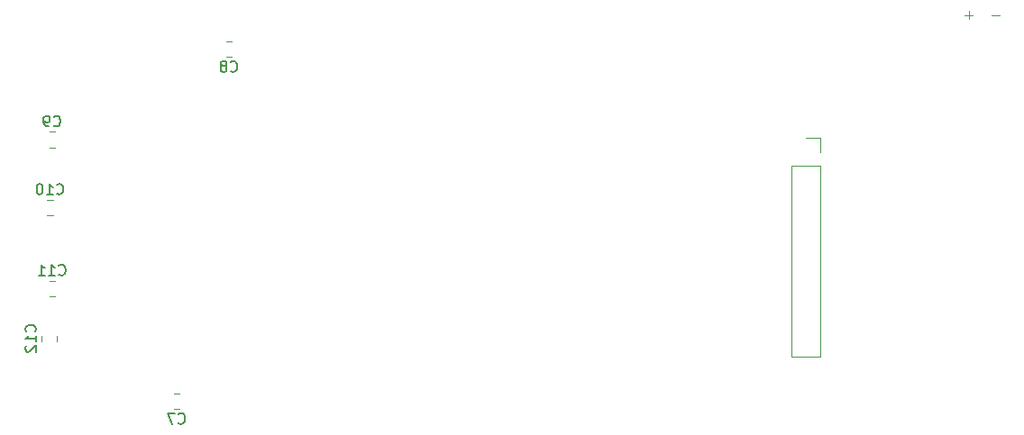
<source format=gbr>
%TF.GenerationSoftware,KiCad,Pcbnew,9.0.7*%
%TF.CreationDate,2026-02-19T21:01:26-05:00*%
%TF.ProjectId,DAC8822,44414338-3832-4322-9e6b-696361645f70,rev?*%
%TF.SameCoordinates,Original*%
%TF.FileFunction,Legend,Bot*%
%TF.FilePolarity,Positive*%
%FSLAX46Y46*%
G04 Gerber Fmt 4.6, Leading zero omitted, Abs format (unit mm)*
G04 Created by KiCad (PCBNEW 9.0.7) date 2026-02-19 21:01:26*
%MOMM*%
%LPD*%
G01*
G04 APERTURE LIST*
%ADD10C,0.100000*%
%ADD11C,0.150000*%
%ADD12C,0.120000*%
G04 APERTURE END LIST*
D10*
X185296115Y-78491466D02*
X184534211Y-78491466D01*
X182796115Y-78491466D02*
X182034211Y-78491466D01*
X182415163Y-78872419D02*
X182415163Y-78110514D01*
D11*
X96942857Y-102879580D02*
X96990476Y-102927200D01*
X96990476Y-102927200D02*
X97133333Y-102974819D01*
X97133333Y-102974819D02*
X97228571Y-102974819D01*
X97228571Y-102974819D02*
X97371428Y-102927200D01*
X97371428Y-102927200D02*
X97466666Y-102831961D01*
X97466666Y-102831961D02*
X97514285Y-102736723D01*
X97514285Y-102736723D02*
X97561904Y-102546247D01*
X97561904Y-102546247D02*
X97561904Y-102403390D01*
X97561904Y-102403390D02*
X97514285Y-102212914D01*
X97514285Y-102212914D02*
X97466666Y-102117676D01*
X97466666Y-102117676D02*
X97371428Y-102022438D01*
X97371428Y-102022438D02*
X97228571Y-101974819D01*
X97228571Y-101974819D02*
X97133333Y-101974819D01*
X97133333Y-101974819D02*
X96990476Y-102022438D01*
X96990476Y-102022438D02*
X96942857Y-102070057D01*
X95990476Y-102974819D02*
X96561904Y-102974819D01*
X96276190Y-102974819D02*
X96276190Y-101974819D01*
X96276190Y-101974819D02*
X96371428Y-102117676D01*
X96371428Y-102117676D02*
X96466666Y-102212914D01*
X96466666Y-102212914D02*
X96561904Y-102260533D01*
X95038095Y-102974819D02*
X95609523Y-102974819D01*
X95323809Y-102974819D02*
X95323809Y-101974819D01*
X95323809Y-101974819D02*
X95419047Y-102117676D01*
X95419047Y-102117676D02*
X95514285Y-102212914D01*
X95514285Y-102212914D02*
X95609523Y-102260533D01*
X96742857Y-95279580D02*
X96790476Y-95327200D01*
X96790476Y-95327200D02*
X96933333Y-95374819D01*
X96933333Y-95374819D02*
X97028571Y-95374819D01*
X97028571Y-95374819D02*
X97171428Y-95327200D01*
X97171428Y-95327200D02*
X97266666Y-95231961D01*
X97266666Y-95231961D02*
X97314285Y-95136723D01*
X97314285Y-95136723D02*
X97361904Y-94946247D01*
X97361904Y-94946247D02*
X97361904Y-94803390D01*
X97361904Y-94803390D02*
X97314285Y-94612914D01*
X97314285Y-94612914D02*
X97266666Y-94517676D01*
X97266666Y-94517676D02*
X97171428Y-94422438D01*
X97171428Y-94422438D02*
X97028571Y-94374819D01*
X97028571Y-94374819D02*
X96933333Y-94374819D01*
X96933333Y-94374819D02*
X96790476Y-94422438D01*
X96790476Y-94422438D02*
X96742857Y-94470057D01*
X95790476Y-95374819D02*
X96361904Y-95374819D01*
X96076190Y-95374819D02*
X96076190Y-94374819D01*
X96076190Y-94374819D02*
X96171428Y-94517676D01*
X96171428Y-94517676D02*
X96266666Y-94612914D01*
X96266666Y-94612914D02*
X96361904Y-94660533D01*
X95171428Y-94374819D02*
X95076190Y-94374819D01*
X95076190Y-94374819D02*
X94980952Y-94422438D01*
X94980952Y-94422438D02*
X94933333Y-94470057D01*
X94933333Y-94470057D02*
X94885714Y-94565295D01*
X94885714Y-94565295D02*
X94838095Y-94755771D01*
X94838095Y-94755771D02*
X94838095Y-94993866D01*
X94838095Y-94993866D02*
X94885714Y-95184342D01*
X94885714Y-95184342D02*
X94933333Y-95279580D01*
X94933333Y-95279580D02*
X94980952Y-95327200D01*
X94980952Y-95327200D02*
X95076190Y-95374819D01*
X95076190Y-95374819D02*
X95171428Y-95374819D01*
X95171428Y-95374819D02*
X95266666Y-95327200D01*
X95266666Y-95327200D02*
X95314285Y-95279580D01*
X95314285Y-95279580D02*
X95361904Y-95184342D01*
X95361904Y-95184342D02*
X95409523Y-94993866D01*
X95409523Y-94993866D02*
X95409523Y-94755771D01*
X95409523Y-94755771D02*
X95361904Y-94565295D01*
X95361904Y-94565295D02*
X95314285Y-94470057D01*
X95314285Y-94470057D02*
X95266666Y-94422438D01*
X95266666Y-94422438D02*
X95171428Y-94374819D01*
X108166666Y-116839580D02*
X108214285Y-116887200D01*
X108214285Y-116887200D02*
X108357142Y-116934819D01*
X108357142Y-116934819D02*
X108452380Y-116934819D01*
X108452380Y-116934819D02*
X108595237Y-116887200D01*
X108595237Y-116887200D02*
X108690475Y-116791961D01*
X108690475Y-116791961D02*
X108738094Y-116696723D01*
X108738094Y-116696723D02*
X108785713Y-116506247D01*
X108785713Y-116506247D02*
X108785713Y-116363390D01*
X108785713Y-116363390D02*
X108738094Y-116172914D01*
X108738094Y-116172914D02*
X108690475Y-116077676D01*
X108690475Y-116077676D02*
X108595237Y-115982438D01*
X108595237Y-115982438D02*
X108452380Y-115934819D01*
X108452380Y-115934819D02*
X108357142Y-115934819D01*
X108357142Y-115934819D02*
X108214285Y-115982438D01*
X108214285Y-115982438D02*
X108166666Y-116030057D01*
X107833332Y-115934819D02*
X107166666Y-115934819D01*
X107166666Y-115934819D02*
X107595237Y-116934819D01*
X113066666Y-83739580D02*
X113114285Y-83787200D01*
X113114285Y-83787200D02*
X113257142Y-83834819D01*
X113257142Y-83834819D02*
X113352380Y-83834819D01*
X113352380Y-83834819D02*
X113495237Y-83787200D01*
X113495237Y-83787200D02*
X113590475Y-83691961D01*
X113590475Y-83691961D02*
X113638094Y-83596723D01*
X113638094Y-83596723D02*
X113685713Y-83406247D01*
X113685713Y-83406247D02*
X113685713Y-83263390D01*
X113685713Y-83263390D02*
X113638094Y-83072914D01*
X113638094Y-83072914D02*
X113590475Y-82977676D01*
X113590475Y-82977676D02*
X113495237Y-82882438D01*
X113495237Y-82882438D02*
X113352380Y-82834819D01*
X113352380Y-82834819D02*
X113257142Y-82834819D01*
X113257142Y-82834819D02*
X113114285Y-82882438D01*
X113114285Y-82882438D02*
X113066666Y-82930057D01*
X112495237Y-83263390D02*
X112590475Y-83215771D01*
X112590475Y-83215771D02*
X112638094Y-83168152D01*
X112638094Y-83168152D02*
X112685713Y-83072914D01*
X112685713Y-83072914D02*
X112685713Y-83025295D01*
X112685713Y-83025295D02*
X112638094Y-82930057D01*
X112638094Y-82930057D02*
X112590475Y-82882438D01*
X112590475Y-82882438D02*
X112495237Y-82834819D01*
X112495237Y-82834819D02*
X112304761Y-82834819D01*
X112304761Y-82834819D02*
X112209523Y-82882438D01*
X112209523Y-82882438D02*
X112161904Y-82930057D01*
X112161904Y-82930057D02*
X112114285Y-83025295D01*
X112114285Y-83025295D02*
X112114285Y-83072914D01*
X112114285Y-83072914D02*
X112161904Y-83168152D01*
X112161904Y-83168152D02*
X112209523Y-83215771D01*
X112209523Y-83215771D02*
X112304761Y-83263390D01*
X112304761Y-83263390D02*
X112495237Y-83263390D01*
X112495237Y-83263390D02*
X112590475Y-83311009D01*
X112590475Y-83311009D02*
X112638094Y-83358628D01*
X112638094Y-83358628D02*
X112685713Y-83453866D01*
X112685713Y-83453866D02*
X112685713Y-83644342D01*
X112685713Y-83644342D02*
X112638094Y-83739580D01*
X112638094Y-83739580D02*
X112590475Y-83787200D01*
X112590475Y-83787200D02*
X112495237Y-83834819D01*
X112495237Y-83834819D02*
X112304761Y-83834819D01*
X112304761Y-83834819D02*
X112209523Y-83787200D01*
X112209523Y-83787200D02*
X112161904Y-83739580D01*
X112161904Y-83739580D02*
X112114285Y-83644342D01*
X112114285Y-83644342D02*
X112114285Y-83453866D01*
X112114285Y-83453866D02*
X112161904Y-83358628D01*
X112161904Y-83358628D02*
X112209523Y-83311009D01*
X112209523Y-83311009D02*
X112304761Y-83263390D01*
X96466666Y-88879580D02*
X96514285Y-88927200D01*
X96514285Y-88927200D02*
X96657142Y-88974819D01*
X96657142Y-88974819D02*
X96752380Y-88974819D01*
X96752380Y-88974819D02*
X96895237Y-88927200D01*
X96895237Y-88927200D02*
X96990475Y-88831961D01*
X96990475Y-88831961D02*
X97038094Y-88736723D01*
X97038094Y-88736723D02*
X97085713Y-88546247D01*
X97085713Y-88546247D02*
X97085713Y-88403390D01*
X97085713Y-88403390D02*
X97038094Y-88212914D01*
X97038094Y-88212914D02*
X96990475Y-88117676D01*
X96990475Y-88117676D02*
X96895237Y-88022438D01*
X96895237Y-88022438D02*
X96752380Y-87974819D01*
X96752380Y-87974819D02*
X96657142Y-87974819D01*
X96657142Y-87974819D02*
X96514285Y-88022438D01*
X96514285Y-88022438D02*
X96466666Y-88070057D01*
X95990475Y-88974819D02*
X95799999Y-88974819D01*
X95799999Y-88974819D02*
X95704761Y-88927200D01*
X95704761Y-88927200D02*
X95657142Y-88879580D01*
X95657142Y-88879580D02*
X95561904Y-88736723D01*
X95561904Y-88736723D02*
X95514285Y-88546247D01*
X95514285Y-88546247D02*
X95514285Y-88165295D01*
X95514285Y-88165295D02*
X95561904Y-88070057D01*
X95561904Y-88070057D02*
X95609523Y-88022438D01*
X95609523Y-88022438D02*
X95704761Y-87974819D01*
X95704761Y-87974819D02*
X95895237Y-87974819D01*
X95895237Y-87974819D02*
X95990475Y-88022438D01*
X95990475Y-88022438D02*
X96038094Y-88070057D01*
X96038094Y-88070057D02*
X96085713Y-88165295D01*
X96085713Y-88165295D02*
X96085713Y-88403390D01*
X96085713Y-88403390D02*
X96038094Y-88498628D01*
X96038094Y-88498628D02*
X95990475Y-88546247D01*
X95990475Y-88546247D02*
X95895237Y-88593866D01*
X95895237Y-88593866D02*
X95704761Y-88593866D01*
X95704761Y-88593866D02*
X95609523Y-88546247D01*
X95609523Y-88546247D02*
X95561904Y-88498628D01*
X95561904Y-88498628D02*
X95514285Y-88403390D01*
X94679580Y-108257142D02*
X94727200Y-108209523D01*
X94727200Y-108209523D02*
X94774819Y-108066666D01*
X94774819Y-108066666D02*
X94774819Y-107971428D01*
X94774819Y-107971428D02*
X94727200Y-107828571D01*
X94727200Y-107828571D02*
X94631961Y-107733333D01*
X94631961Y-107733333D02*
X94536723Y-107685714D01*
X94536723Y-107685714D02*
X94346247Y-107638095D01*
X94346247Y-107638095D02*
X94203390Y-107638095D01*
X94203390Y-107638095D02*
X94012914Y-107685714D01*
X94012914Y-107685714D02*
X93917676Y-107733333D01*
X93917676Y-107733333D02*
X93822438Y-107828571D01*
X93822438Y-107828571D02*
X93774819Y-107971428D01*
X93774819Y-107971428D02*
X93774819Y-108066666D01*
X93774819Y-108066666D02*
X93822438Y-108209523D01*
X93822438Y-108209523D02*
X93870057Y-108257142D01*
X94774819Y-109209523D02*
X94774819Y-108638095D01*
X94774819Y-108923809D02*
X93774819Y-108923809D01*
X93774819Y-108923809D02*
X93917676Y-108828571D01*
X93917676Y-108828571D02*
X94012914Y-108733333D01*
X94012914Y-108733333D02*
X94060533Y-108638095D01*
X93870057Y-109590476D02*
X93822438Y-109638095D01*
X93822438Y-109638095D02*
X93774819Y-109733333D01*
X93774819Y-109733333D02*
X93774819Y-109971428D01*
X93774819Y-109971428D02*
X93822438Y-110066666D01*
X93822438Y-110066666D02*
X93870057Y-110114285D01*
X93870057Y-110114285D02*
X93965295Y-110161904D01*
X93965295Y-110161904D02*
X94060533Y-110161904D01*
X94060533Y-110161904D02*
X94203390Y-110114285D01*
X94203390Y-110114285D02*
X94774819Y-109542857D01*
X94774819Y-109542857D02*
X94774819Y-110161904D01*
D12*
%TO.C,C11*%
X96561252Y-103465000D02*
X96038748Y-103465000D01*
X96561252Y-104935000D02*
X96038748Y-104935000D01*
%TO.C,C10*%
X96361252Y-95865000D02*
X95838748Y-95865000D01*
X96361252Y-97335000D02*
X95838748Y-97335000D01*
%TO.C,C7*%
X107738748Y-114065000D02*
X108261252Y-114065000D01*
X107738748Y-115535000D02*
X108261252Y-115535000D01*
%TO.C,C8*%
X112638748Y-80965000D02*
X113161252Y-80965000D01*
X112638748Y-82435000D02*
X113161252Y-82435000D01*
%TO.C,C9*%
X96561252Y-89465000D02*
X96038748Y-89465000D01*
X96561252Y-90935000D02*
X96038748Y-90935000D01*
%TO.C,C12*%
X95265000Y-108638748D02*
X95265000Y-109161252D01*
X96735000Y-108638748D02*
X96735000Y-109161252D01*
%TO.C,J1*%
X165720000Y-92690000D02*
X165720000Y-110580000D01*
X168480000Y-90040000D02*
X167100000Y-90040000D01*
X168480000Y-91420000D02*
X168480000Y-90040000D01*
X168480000Y-92690000D02*
X165720000Y-92690000D01*
X168480000Y-92690000D02*
X168480000Y-110580000D01*
X168480000Y-110580000D02*
X165720000Y-110580000D01*
%TD*%
M02*

</source>
